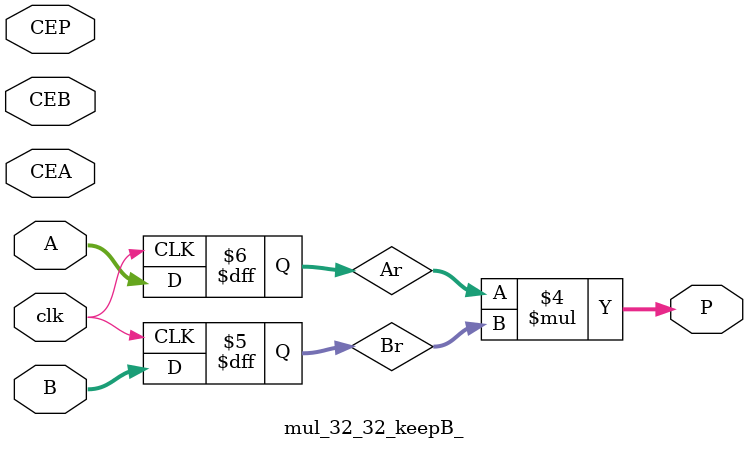
<source format=v>
(* top *)
module mul_32_32_keepB_ #(parameter AW=32, BW=32, AREG=1, BREG=1, PREG=0) (input clk, CEA, CEB, CEP, input [AW-1:0] A, input [BW-1:0] B, output reg [AW+BW-1:0] P);
reg [AW-1:0] Ar;
(* keep *) reg [BW-1:0] Br;
generate
    if (AREG) begin
        always @(posedge clk) if (1) Ar <= A;
    end
    else
        always @* Ar <= A;
    if (BREG) begin
        always @(posedge clk) if (1) Br <= B;
    end
    else
        always @* Br <= B;
    if (PREG) begin
        always @(posedge clk) if (1) P <= Ar * Br;
    end
    else
        always @* P <= Ar * Br;
endgenerate
endmodule

`ifndef _AUTOTB
module __test ;
    wire [4095:0] assert_area = "cd mul_32_32_keepB_; select t:SB_MAC16 -assert-count 4; select t:SB_DFF* -assert-count 32";
endmodule
`endif


</source>
